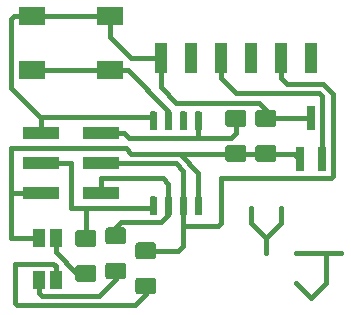
<source format=gbr>
G04 #@! TF.GenerationSoftware,KiCad,Pcbnew,(5.1.5)-3*
G04 #@! TF.CreationDate,2020-03-08T22:00:30+09:00*
G04 #@! TF.ProjectId,test,74657374-2e6b-4696-9361-645f70636258,rev?*
G04 #@! TF.SameCoordinates,Original*
G04 #@! TF.FileFunction,Copper,L1,Top*
G04 #@! TF.FilePolarity,Positive*
%FSLAX46Y46*%
G04 Gerber Fmt 4.6, Leading zero omitted, Abs format (unit mm)*
G04 Created by KiCad (PCBNEW (5.1.5)-3) date 2020-03-08 22:00:30*
%MOMM*%
%LPD*%
G04 APERTURE LIST*
%ADD10R,1.000000X2.500000*%
%ADD11C,0.100000*%
%ADD12R,1.000000X1.500000*%
%ADD13R,0.650000X2.000000*%
%ADD14R,3.150000X1.000000*%
%ADD15R,2.286000X1.524000*%
%ADD16C,0.400000*%
G04 APERTURE END LIST*
D10*
X87630000Y-25400000D03*
X90170000Y-25400000D03*
X92710000Y-25400000D03*
X95250000Y-25400000D03*
X97790000Y-25400000D03*
X100330000Y-25400000D03*
G04 #@! TA.AperFunction,SMDPad,CuDef*
D11*
G36*
X97169504Y-29768704D02*
G01*
X97193773Y-29772304D01*
X97217571Y-29778265D01*
X97240671Y-29786530D01*
X97262849Y-29797020D01*
X97283893Y-29809633D01*
X97303598Y-29824247D01*
X97321777Y-29840723D01*
X97338253Y-29858902D01*
X97352867Y-29878607D01*
X97365480Y-29899651D01*
X97375970Y-29921829D01*
X97384235Y-29944929D01*
X97390196Y-29968727D01*
X97393796Y-29992996D01*
X97395000Y-30017500D01*
X97395000Y-30942500D01*
X97393796Y-30967004D01*
X97390196Y-30991273D01*
X97384235Y-31015071D01*
X97375970Y-31038171D01*
X97365480Y-31060349D01*
X97352867Y-31081393D01*
X97338253Y-31101098D01*
X97321777Y-31119277D01*
X97303598Y-31135753D01*
X97283893Y-31150367D01*
X97262849Y-31162980D01*
X97240671Y-31173470D01*
X97217571Y-31181735D01*
X97193773Y-31187696D01*
X97169504Y-31191296D01*
X97145000Y-31192500D01*
X95895000Y-31192500D01*
X95870496Y-31191296D01*
X95846227Y-31187696D01*
X95822429Y-31181735D01*
X95799329Y-31173470D01*
X95777151Y-31162980D01*
X95756107Y-31150367D01*
X95736402Y-31135753D01*
X95718223Y-31119277D01*
X95701747Y-31101098D01*
X95687133Y-31081393D01*
X95674520Y-31060349D01*
X95664030Y-31038171D01*
X95655765Y-31015071D01*
X95649804Y-30991273D01*
X95646204Y-30967004D01*
X95645000Y-30942500D01*
X95645000Y-30017500D01*
X95646204Y-29992996D01*
X95649804Y-29968727D01*
X95655765Y-29944929D01*
X95664030Y-29921829D01*
X95674520Y-29899651D01*
X95687133Y-29878607D01*
X95701747Y-29858902D01*
X95718223Y-29840723D01*
X95736402Y-29824247D01*
X95756107Y-29809633D01*
X95777151Y-29797020D01*
X95799329Y-29786530D01*
X95822429Y-29778265D01*
X95846227Y-29772304D01*
X95870496Y-29768704D01*
X95895000Y-29767500D01*
X97145000Y-29767500D01*
X97169504Y-29768704D01*
G37*
G04 #@! TD.AperFunction*
G04 #@! TA.AperFunction,SMDPad,CuDef*
G36*
X97169504Y-32743704D02*
G01*
X97193773Y-32747304D01*
X97217571Y-32753265D01*
X97240671Y-32761530D01*
X97262849Y-32772020D01*
X97283893Y-32784633D01*
X97303598Y-32799247D01*
X97321777Y-32815723D01*
X97338253Y-32833902D01*
X97352867Y-32853607D01*
X97365480Y-32874651D01*
X97375970Y-32896829D01*
X97384235Y-32919929D01*
X97390196Y-32943727D01*
X97393796Y-32967996D01*
X97395000Y-32992500D01*
X97395000Y-33917500D01*
X97393796Y-33942004D01*
X97390196Y-33966273D01*
X97384235Y-33990071D01*
X97375970Y-34013171D01*
X97365480Y-34035349D01*
X97352867Y-34056393D01*
X97338253Y-34076098D01*
X97321777Y-34094277D01*
X97303598Y-34110753D01*
X97283893Y-34125367D01*
X97262849Y-34137980D01*
X97240671Y-34148470D01*
X97217571Y-34156735D01*
X97193773Y-34162696D01*
X97169504Y-34166296D01*
X97145000Y-34167500D01*
X95895000Y-34167500D01*
X95870496Y-34166296D01*
X95846227Y-34162696D01*
X95822429Y-34156735D01*
X95799329Y-34148470D01*
X95777151Y-34137980D01*
X95756107Y-34125367D01*
X95736402Y-34110753D01*
X95718223Y-34094277D01*
X95701747Y-34076098D01*
X95687133Y-34056393D01*
X95674520Y-34035349D01*
X95664030Y-34013171D01*
X95655765Y-33990071D01*
X95649804Y-33966273D01*
X95646204Y-33942004D01*
X95645000Y-33917500D01*
X95645000Y-32992500D01*
X95646204Y-32967996D01*
X95649804Y-32943727D01*
X95655765Y-32919929D01*
X95664030Y-32896829D01*
X95674520Y-32874651D01*
X95687133Y-32853607D01*
X95701747Y-32833902D01*
X95718223Y-32815723D01*
X95736402Y-32799247D01*
X95756107Y-32784633D01*
X95777151Y-32772020D01*
X95799329Y-32761530D01*
X95822429Y-32753265D01*
X95846227Y-32747304D01*
X95870496Y-32743704D01*
X95895000Y-32742500D01*
X97145000Y-32742500D01*
X97169504Y-32743704D01*
G37*
G04 #@! TD.AperFunction*
D12*
X77340000Y-44140000D03*
X78740000Y-44140000D03*
X77340000Y-40640000D03*
X78740000Y-40640000D03*
D13*
X99380000Y-33900000D03*
X101280000Y-33900000D03*
X100330000Y-30480000D03*
D14*
X82535000Y-36830000D03*
X77485000Y-36830000D03*
X82535000Y-34290000D03*
X77485000Y-34290000D03*
X82535000Y-31750000D03*
X77485000Y-31750000D03*
G04 #@! TA.AperFunction,SMDPad,CuDef*
D11*
G36*
X81929504Y-39928704D02*
G01*
X81953773Y-39932304D01*
X81977571Y-39938265D01*
X82000671Y-39946530D01*
X82022849Y-39957020D01*
X82043893Y-39969633D01*
X82063598Y-39984247D01*
X82081777Y-40000723D01*
X82098253Y-40018902D01*
X82112867Y-40038607D01*
X82125480Y-40059651D01*
X82135970Y-40081829D01*
X82144235Y-40104929D01*
X82150196Y-40128727D01*
X82153796Y-40152996D01*
X82155000Y-40177500D01*
X82155000Y-41102500D01*
X82153796Y-41127004D01*
X82150196Y-41151273D01*
X82144235Y-41175071D01*
X82135970Y-41198171D01*
X82125480Y-41220349D01*
X82112867Y-41241393D01*
X82098253Y-41261098D01*
X82081777Y-41279277D01*
X82063598Y-41295753D01*
X82043893Y-41310367D01*
X82022849Y-41322980D01*
X82000671Y-41333470D01*
X81977571Y-41341735D01*
X81953773Y-41347696D01*
X81929504Y-41351296D01*
X81905000Y-41352500D01*
X80655000Y-41352500D01*
X80630496Y-41351296D01*
X80606227Y-41347696D01*
X80582429Y-41341735D01*
X80559329Y-41333470D01*
X80537151Y-41322980D01*
X80516107Y-41310367D01*
X80496402Y-41295753D01*
X80478223Y-41279277D01*
X80461747Y-41261098D01*
X80447133Y-41241393D01*
X80434520Y-41220349D01*
X80424030Y-41198171D01*
X80415765Y-41175071D01*
X80409804Y-41151273D01*
X80406204Y-41127004D01*
X80405000Y-41102500D01*
X80405000Y-40177500D01*
X80406204Y-40152996D01*
X80409804Y-40128727D01*
X80415765Y-40104929D01*
X80424030Y-40081829D01*
X80434520Y-40059651D01*
X80447133Y-40038607D01*
X80461747Y-40018902D01*
X80478223Y-40000723D01*
X80496402Y-39984247D01*
X80516107Y-39969633D01*
X80537151Y-39957020D01*
X80559329Y-39946530D01*
X80582429Y-39938265D01*
X80606227Y-39932304D01*
X80630496Y-39928704D01*
X80655000Y-39927500D01*
X81905000Y-39927500D01*
X81929504Y-39928704D01*
G37*
G04 #@! TD.AperFunction*
G04 #@! TA.AperFunction,SMDPad,CuDef*
G36*
X81929504Y-42903704D02*
G01*
X81953773Y-42907304D01*
X81977571Y-42913265D01*
X82000671Y-42921530D01*
X82022849Y-42932020D01*
X82043893Y-42944633D01*
X82063598Y-42959247D01*
X82081777Y-42975723D01*
X82098253Y-42993902D01*
X82112867Y-43013607D01*
X82125480Y-43034651D01*
X82135970Y-43056829D01*
X82144235Y-43079929D01*
X82150196Y-43103727D01*
X82153796Y-43127996D01*
X82155000Y-43152500D01*
X82155000Y-44077500D01*
X82153796Y-44102004D01*
X82150196Y-44126273D01*
X82144235Y-44150071D01*
X82135970Y-44173171D01*
X82125480Y-44195349D01*
X82112867Y-44216393D01*
X82098253Y-44236098D01*
X82081777Y-44254277D01*
X82063598Y-44270753D01*
X82043893Y-44285367D01*
X82022849Y-44297980D01*
X82000671Y-44308470D01*
X81977571Y-44316735D01*
X81953773Y-44322696D01*
X81929504Y-44326296D01*
X81905000Y-44327500D01*
X80655000Y-44327500D01*
X80630496Y-44326296D01*
X80606227Y-44322696D01*
X80582429Y-44316735D01*
X80559329Y-44308470D01*
X80537151Y-44297980D01*
X80516107Y-44285367D01*
X80496402Y-44270753D01*
X80478223Y-44254277D01*
X80461747Y-44236098D01*
X80447133Y-44216393D01*
X80434520Y-44195349D01*
X80424030Y-44173171D01*
X80415765Y-44150071D01*
X80409804Y-44126273D01*
X80406204Y-44102004D01*
X80405000Y-44077500D01*
X80405000Y-43152500D01*
X80406204Y-43127996D01*
X80409804Y-43103727D01*
X80415765Y-43079929D01*
X80424030Y-43056829D01*
X80434520Y-43034651D01*
X80447133Y-43013607D01*
X80461747Y-42993902D01*
X80478223Y-42975723D01*
X80496402Y-42959247D01*
X80516107Y-42944633D01*
X80537151Y-42932020D01*
X80559329Y-42921530D01*
X80582429Y-42913265D01*
X80606227Y-42907304D01*
X80630496Y-42903704D01*
X80655000Y-42902500D01*
X81905000Y-42902500D01*
X81929504Y-42903704D01*
G37*
G04 #@! TD.AperFunction*
G04 #@! TA.AperFunction,SMDPad,CuDef*
G36*
X87009504Y-40981204D02*
G01*
X87033773Y-40984804D01*
X87057571Y-40990765D01*
X87080671Y-40999030D01*
X87102849Y-41009520D01*
X87123893Y-41022133D01*
X87143598Y-41036747D01*
X87161777Y-41053223D01*
X87178253Y-41071402D01*
X87192867Y-41091107D01*
X87205480Y-41112151D01*
X87215970Y-41134329D01*
X87224235Y-41157429D01*
X87230196Y-41181227D01*
X87233796Y-41205496D01*
X87235000Y-41230000D01*
X87235000Y-42155000D01*
X87233796Y-42179504D01*
X87230196Y-42203773D01*
X87224235Y-42227571D01*
X87215970Y-42250671D01*
X87205480Y-42272849D01*
X87192867Y-42293893D01*
X87178253Y-42313598D01*
X87161777Y-42331777D01*
X87143598Y-42348253D01*
X87123893Y-42362867D01*
X87102849Y-42375480D01*
X87080671Y-42385970D01*
X87057571Y-42394235D01*
X87033773Y-42400196D01*
X87009504Y-42403796D01*
X86985000Y-42405000D01*
X85735000Y-42405000D01*
X85710496Y-42403796D01*
X85686227Y-42400196D01*
X85662429Y-42394235D01*
X85639329Y-42385970D01*
X85617151Y-42375480D01*
X85596107Y-42362867D01*
X85576402Y-42348253D01*
X85558223Y-42331777D01*
X85541747Y-42313598D01*
X85527133Y-42293893D01*
X85514520Y-42272849D01*
X85504030Y-42250671D01*
X85495765Y-42227571D01*
X85489804Y-42203773D01*
X85486204Y-42179504D01*
X85485000Y-42155000D01*
X85485000Y-41230000D01*
X85486204Y-41205496D01*
X85489804Y-41181227D01*
X85495765Y-41157429D01*
X85504030Y-41134329D01*
X85514520Y-41112151D01*
X85527133Y-41091107D01*
X85541747Y-41071402D01*
X85558223Y-41053223D01*
X85576402Y-41036747D01*
X85596107Y-41022133D01*
X85617151Y-41009520D01*
X85639329Y-40999030D01*
X85662429Y-40990765D01*
X85686227Y-40984804D01*
X85710496Y-40981204D01*
X85735000Y-40980000D01*
X86985000Y-40980000D01*
X87009504Y-40981204D01*
G37*
G04 #@! TD.AperFunction*
G04 #@! TA.AperFunction,SMDPad,CuDef*
G36*
X87009504Y-43956204D02*
G01*
X87033773Y-43959804D01*
X87057571Y-43965765D01*
X87080671Y-43974030D01*
X87102849Y-43984520D01*
X87123893Y-43997133D01*
X87143598Y-44011747D01*
X87161777Y-44028223D01*
X87178253Y-44046402D01*
X87192867Y-44066107D01*
X87205480Y-44087151D01*
X87215970Y-44109329D01*
X87224235Y-44132429D01*
X87230196Y-44156227D01*
X87233796Y-44180496D01*
X87235000Y-44205000D01*
X87235000Y-45130000D01*
X87233796Y-45154504D01*
X87230196Y-45178773D01*
X87224235Y-45202571D01*
X87215970Y-45225671D01*
X87205480Y-45247849D01*
X87192867Y-45268893D01*
X87178253Y-45288598D01*
X87161777Y-45306777D01*
X87143598Y-45323253D01*
X87123893Y-45337867D01*
X87102849Y-45350480D01*
X87080671Y-45360970D01*
X87057571Y-45369235D01*
X87033773Y-45375196D01*
X87009504Y-45378796D01*
X86985000Y-45380000D01*
X85735000Y-45380000D01*
X85710496Y-45378796D01*
X85686227Y-45375196D01*
X85662429Y-45369235D01*
X85639329Y-45360970D01*
X85617151Y-45350480D01*
X85596107Y-45337867D01*
X85576402Y-45323253D01*
X85558223Y-45306777D01*
X85541747Y-45288598D01*
X85527133Y-45268893D01*
X85514520Y-45247849D01*
X85504030Y-45225671D01*
X85495765Y-45202571D01*
X85489804Y-45178773D01*
X85486204Y-45154504D01*
X85485000Y-45130000D01*
X85485000Y-44205000D01*
X85486204Y-44180496D01*
X85489804Y-44156227D01*
X85495765Y-44132429D01*
X85504030Y-44109329D01*
X85514520Y-44087151D01*
X85527133Y-44066107D01*
X85541747Y-44046402D01*
X85558223Y-44028223D01*
X85576402Y-44011747D01*
X85596107Y-43997133D01*
X85617151Y-43984520D01*
X85639329Y-43974030D01*
X85662429Y-43965765D01*
X85686227Y-43959804D01*
X85710496Y-43956204D01*
X85735000Y-43955000D01*
X86985000Y-43955000D01*
X87009504Y-43956204D01*
G37*
G04 #@! TD.AperFunction*
G04 #@! TA.AperFunction,SMDPad,CuDef*
G36*
X84469504Y-42686204D02*
G01*
X84493773Y-42689804D01*
X84517571Y-42695765D01*
X84540671Y-42704030D01*
X84562849Y-42714520D01*
X84583893Y-42727133D01*
X84603598Y-42741747D01*
X84621777Y-42758223D01*
X84638253Y-42776402D01*
X84652867Y-42796107D01*
X84665480Y-42817151D01*
X84675970Y-42839329D01*
X84684235Y-42862429D01*
X84690196Y-42886227D01*
X84693796Y-42910496D01*
X84695000Y-42935000D01*
X84695000Y-43860000D01*
X84693796Y-43884504D01*
X84690196Y-43908773D01*
X84684235Y-43932571D01*
X84675970Y-43955671D01*
X84665480Y-43977849D01*
X84652867Y-43998893D01*
X84638253Y-44018598D01*
X84621777Y-44036777D01*
X84603598Y-44053253D01*
X84583893Y-44067867D01*
X84562849Y-44080480D01*
X84540671Y-44090970D01*
X84517571Y-44099235D01*
X84493773Y-44105196D01*
X84469504Y-44108796D01*
X84445000Y-44110000D01*
X83195000Y-44110000D01*
X83170496Y-44108796D01*
X83146227Y-44105196D01*
X83122429Y-44099235D01*
X83099329Y-44090970D01*
X83077151Y-44080480D01*
X83056107Y-44067867D01*
X83036402Y-44053253D01*
X83018223Y-44036777D01*
X83001747Y-44018598D01*
X82987133Y-43998893D01*
X82974520Y-43977849D01*
X82964030Y-43955671D01*
X82955765Y-43932571D01*
X82949804Y-43908773D01*
X82946204Y-43884504D01*
X82945000Y-43860000D01*
X82945000Y-42935000D01*
X82946204Y-42910496D01*
X82949804Y-42886227D01*
X82955765Y-42862429D01*
X82964030Y-42839329D01*
X82974520Y-42817151D01*
X82987133Y-42796107D01*
X83001747Y-42776402D01*
X83018223Y-42758223D01*
X83036402Y-42741747D01*
X83056107Y-42727133D01*
X83077151Y-42714520D01*
X83099329Y-42704030D01*
X83122429Y-42695765D01*
X83146227Y-42689804D01*
X83170496Y-42686204D01*
X83195000Y-42685000D01*
X84445000Y-42685000D01*
X84469504Y-42686204D01*
G37*
G04 #@! TD.AperFunction*
G04 #@! TA.AperFunction,SMDPad,CuDef*
G36*
X84469504Y-39711204D02*
G01*
X84493773Y-39714804D01*
X84517571Y-39720765D01*
X84540671Y-39729030D01*
X84562849Y-39739520D01*
X84583893Y-39752133D01*
X84603598Y-39766747D01*
X84621777Y-39783223D01*
X84638253Y-39801402D01*
X84652867Y-39821107D01*
X84665480Y-39842151D01*
X84675970Y-39864329D01*
X84684235Y-39887429D01*
X84690196Y-39911227D01*
X84693796Y-39935496D01*
X84695000Y-39960000D01*
X84695000Y-40885000D01*
X84693796Y-40909504D01*
X84690196Y-40933773D01*
X84684235Y-40957571D01*
X84675970Y-40980671D01*
X84665480Y-41002849D01*
X84652867Y-41023893D01*
X84638253Y-41043598D01*
X84621777Y-41061777D01*
X84603598Y-41078253D01*
X84583893Y-41092867D01*
X84562849Y-41105480D01*
X84540671Y-41115970D01*
X84517571Y-41124235D01*
X84493773Y-41130196D01*
X84469504Y-41133796D01*
X84445000Y-41135000D01*
X83195000Y-41135000D01*
X83170496Y-41133796D01*
X83146227Y-41130196D01*
X83122429Y-41124235D01*
X83099329Y-41115970D01*
X83077151Y-41105480D01*
X83056107Y-41092867D01*
X83036402Y-41078253D01*
X83018223Y-41061777D01*
X83001747Y-41043598D01*
X82987133Y-41023893D01*
X82974520Y-41002849D01*
X82964030Y-40980671D01*
X82955765Y-40957571D01*
X82949804Y-40933773D01*
X82946204Y-40909504D01*
X82945000Y-40885000D01*
X82945000Y-39960000D01*
X82946204Y-39935496D01*
X82949804Y-39911227D01*
X82955765Y-39887429D01*
X82964030Y-39864329D01*
X82974520Y-39842151D01*
X82987133Y-39821107D01*
X83001747Y-39801402D01*
X83018223Y-39783223D01*
X83036402Y-39766747D01*
X83056107Y-39752133D01*
X83077151Y-39739520D01*
X83099329Y-39729030D01*
X83122429Y-39720765D01*
X83146227Y-39714804D01*
X83170496Y-39711204D01*
X83195000Y-39710000D01*
X84445000Y-39710000D01*
X84469504Y-39711204D01*
G37*
G04 #@! TD.AperFunction*
G04 #@! TA.AperFunction,SMDPad,CuDef*
G36*
X94629504Y-29768704D02*
G01*
X94653773Y-29772304D01*
X94677571Y-29778265D01*
X94700671Y-29786530D01*
X94722849Y-29797020D01*
X94743893Y-29809633D01*
X94763598Y-29824247D01*
X94781777Y-29840723D01*
X94798253Y-29858902D01*
X94812867Y-29878607D01*
X94825480Y-29899651D01*
X94835970Y-29921829D01*
X94844235Y-29944929D01*
X94850196Y-29968727D01*
X94853796Y-29992996D01*
X94855000Y-30017500D01*
X94855000Y-30942500D01*
X94853796Y-30967004D01*
X94850196Y-30991273D01*
X94844235Y-31015071D01*
X94835970Y-31038171D01*
X94825480Y-31060349D01*
X94812867Y-31081393D01*
X94798253Y-31101098D01*
X94781777Y-31119277D01*
X94763598Y-31135753D01*
X94743893Y-31150367D01*
X94722849Y-31162980D01*
X94700671Y-31173470D01*
X94677571Y-31181735D01*
X94653773Y-31187696D01*
X94629504Y-31191296D01*
X94605000Y-31192500D01*
X93355000Y-31192500D01*
X93330496Y-31191296D01*
X93306227Y-31187696D01*
X93282429Y-31181735D01*
X93259329Y-31173470D01*
X93237151Y-31162980D01*
X93216107Y-31150367D01*
X93196402Y-31135753D01*
X93178223Y-31119277D01*
X93161747Y-31101098D01*
X93147133Y-31081393D01*
X93134520Y-31060349D01*
X93124030Y-31038171D01*
X93115765Y-31015071D01*
X93109804Y-30991273D01*
X93106204Y-30967004D01*
X93105000Y-30942500D01*
X93105000Y-30017500D01*
X93106204Y-29992996D01*
X93109804Y-29968727D01*
X93115765Y-29944929D01*
X93124030Y-29921829D01*
X93134520Y-29899651D01*
X93147133Y-29878607D01*
X93161747Y-29858902D01*
X93178223Y-29840723D01*
X93196402Y-29824247D01*
X93216107Y-29809633D01*
X93237151Y-29797020D01*
X93259329Y-29786530D01*
X93282429Y-29778265D01*
X93306227Y-29772304D01*
X93330496Y-29768704D01*
X93355000Y-29767500D01*
X94605000Y-29767500D01*
X94629504Y-29768704D01*
G37*
G04 #@! TD.AperFunction*
G04 #@! TA.AperFunction,SMDPad,CuDef*
G36*
X94629504Y-32743704D02*
G01*
X94653773Y-32747304D01*
X94677571Y-32753265D01*
X94700671Y-32761530D01*
X94722849Y-32772020D01*
X94743893Y-32784633D01*
X94763598Y-32799247D01*
X94781777Y-32815723D01*
X94798253Y-32833902D01*
X94812867Y-32853607D01*
X94825480Y-32874651D01*
X94835970Y-32896829D01*
X94844235Y-32919929D01*
X94850196Y-32943727D01*
X94853796Y-32967996D01*
X94855000Y-32992500D01*
X94855000Y-33917500D01*
X94853796Y-33942004D01*
X94850196Y-33966273D01*
X94844235Y-33990071D01*
X94835970Y-34013171D01*
X94825480Y-34035349D01*
X94812867Y-34056393D01*
X94798253Y-34076098D01*
X94781777Y-34094277D01*
X94763598Y-34110753D01*
X94743893Y-34125367D01*
X94722849Y-34137980D01*
X94700671Y-34148470D01*
X94677571Y-34156735D01*
X94653773Y-34162696D01*
X94629504Y-34166296D01*
X94605000Y-34167500D01*
X93355000Y-34167500D01*
X93330496Y-34166296D01*
X93306227Y-34162696D01*
X93282429Y-34156735D01*
X93259329Y-34148470D01*
X93237151Y-34137980D01*
X93216107Y-34125367D01*
X93196402Y-34110753D01*
X93178223Y-34094277D01*
X93161747Y-34076098D01*
X93147133Y-34056393D01*
X93134520Y-34035349D01*
X93124030Y-34013171D01*
X93115765Y-33990071D01*
X93109804Y-33966273D01*
X93106204Y-33942004D01*
X93105000Y-33917500D01*
X93105000Y-32992500D01*
X93106204Y-32967996D01*
X93109804Y-32943727D01*
X93115765Y-32919929D01*
X93124030Y-32896829D01*
X93134520Y-32874651D01*
X93147133Y-32853607D01*
X93161747Y-32833902D01*
X93178223Y-32815723D01*
X93196402Y-32799247D01*
X93216107Y-32784633D01*
X93237151Y-32772020D01*
X93259329Y-32761530D01*
X93282429Y-32753265D01*
X93306227Y-32747304D01*
X93330496Y-32743704D01*
X93355000Y-32742500D01*
X94605000Y-32742500D01*
X94629504Y-32743704D01*
G37*
G04 #@! TD.AperFunction*
G04 #@! TA.AperFunction,SMDPad,CuDef*
G36*
X90969703Y-29890722D02*
G01*
X90984264Y-29892882D01*
X90998543Y-29896459D01*
X91012403Y-29901418D01*
X91025710Y-29907712D01*
X91038336Y-29915280D01*
X91050159Y-29924048D01*
X91061066Y-29933934D01*
X91070952Y-29944841D01*
X91079720Y-29956664D01*
X91087288Y-29969290D01*
X91093582Y-29982597D01*
X91098541Y-29996457D01*
X91102118Y-30010736D01*
X91104278Y-30025297D01*
X91105000Y-30040000D01*
X91105000Y-31340000D01*
X91104278Y-31354703D01*
X91102118Y-31369264D01*
X91098541Y-31383543D01*
X91093582Y-31397403D01*
X91087288Y-31410710D01*
X91079720Y-31423336D01*
X91070952Y-31435159D01*
X91061066Y-31446066D01*
X91050159Y-31455952D01*
X91038336Y-31464720D01*
X91025710Y-31472288D01*
X91012403Y-31478582D01*
X90998543Y-31483541D01*
X90984264Y-31487118D01*
X90969703Y-31489278D01*
X90955000Y-31490000D01*
X90655000Y-31490000D01*
X90640297Y-31489278D01*
X90625736Y-31487118D01*
X90611457Y-31483541D01*
X90597597Y-31478582D01*
X90584290Y-31472288D01*
X90571664Y-31464720D01*
X90559841Y-31455952D01*
X90548934Y-31446066D01*
X90539048Y-31435159D01*
X90530280Y-31423336D01*
X90522712Y-31410710D01*
X90516418Y-31397403D01*
X90511459Y-31383543D01*
X90507882Y-31369264D01*
X90505722Y-31354703D01*
X90505000Y-31340000D01*
X90505000Y-30040000D01*
X90505722Y-30025297D01*
X90507882Y-30010736D01*
X90511459Y-29996457D01*
X90516418Y-29982597D01*
X90522712Y-29969290D01*
X90530280Y-29956664D01*
X90539048Y-29944841D01*
X90548934Y-29933934D01*
X90559841Y-29924048D01*
X90571664Y-29915280D01*
X90584290Y-29907712D01*
X90597597Y-29901418D01*
X90611457Y-29896459D01*
X90625736Y-29892882D01*
X90640297Y-29890722D01*
X90655000Y-29890000D01*
X90955000Y-29890000D01*
X90969703Y-29890722D01*
G37*
G04 #@! TD.AperFunction*
G04 #@! TA.AperFunction,SMDPad,CuDef*
G36*
X89699703Y-29890722D02*
G01*
X89714264Y-29892882D01*
X89728543Y-29896459D01*
X89742403Y-29901418D01*
X89755710Y-29907712D01*
X89768336Y-29915280D01*
X89780159Y-29924048D01*
X89791066Y-29933934D01*
X89800952Y-29944841D01*
X89809720Y-29956664D01*
X89817288Y-29969290D01*
X89823582Y-29982597D01*
X89828541Y-29996457D01*
X89832118Y-30010736D01*
X89834278Y-30025297D01*
X89835000Y-30040000D01*
X89835000Y-31340000D01*
X89834278Y-31354703D01*
X89832118Y-31369264D01*
X89828541Y-31383543D01*
X89823582Y-31397403D01*
X89817288Y-31410710D01*
X89809720Y-31423336D01*
X89800952Y-31435159D01*
X89791066Y-31446066D01*
X89780159Y-31455952D01*
X89768336Y-31464720D01*
X89755710Y-31472288D01*
X89742403Y-31478582D01*
X89728543Y-31483541D01*
X89714264Y-31487118D01*
X89699703Y-31489278D01*
X89685000Y-31490000D01*
X89385000Y-31490000D01*
X89370297Y-31489278D01*
X89355736Y-31487118D01*
X89341457Y-31483541D01*
X89327597Y-31478582D01*
X89314290Y-31472288D01*
X89301664Y-31464720D01*
X89289841Y-31455952D01*
X89278934Y-31446066D01*
X89269048Y-31435159D01*
X89260280Y-31423336D01*
X89252712Y-31410710D01*
X89246418Y-31397403D01*
X89241459Y-31383543D01*
X89237882Y-31369264D01*
X89235722Y-31354703D01*
X89235000Y-31340000D01*
X89235000Y-30040000D01*
X89235722Y-30025297D01*
X89237882Y-30010736D01*
X89241459Y-29996457D01*
X89246418Y-29982597D01*
X89252712Y-29969290D01*
X89260280Y-29956664D01*
X89269048Y-29944841D01*
X89278934Y-29933934D01*
X89289841Y-29924048D01*
X89301664Y-29915280D01*
X89314290Y-29907712D01*
X89327597Y-29901418D01*
X89341457Y-29896459D01*
X89355736Y-29892882D01*
X89370297Y-29890722D01*
X89385000Y-29890000D01*
X89685000Y-29890000D01*
X89699703Y-29890722D01*
G37*
G04 #@! TD.AperFunction*
G04 #@! TA.AperFunction,SMDPad,CuDef*
G36*
X88429703Y-29890722D02*
G01*
X88444264Y-29892882D01*
X88458543Y-29896459D01*
X88472403Y-29901418D01*
X88485710Y-29907712D01*
X88498336Y-29915280D01*
X88510159Y-29924048D01*
X88521066Y-29933934D01*
X88530952Y-29944841D01*
X88539720Y-29956664D01*
X88547288Y-29969290D01*
X88553582Y-29982597D01*
X88558541Y-29996457D01*
X88562118Y-30010736D01*
X88564278Y-30025297D01*
X88565000Y-30040000D01*
X88565000Y-31340000D01*
X88564278Y-31354703D01*
X88562118Y-31369264D01*
X88558541Y-31383543D01*
X88553582Y-31397403D01*
X88547288Y-31410710D01*
X88539720Y-31423336D01*
X88530952Y-31435159D01*
X88521066Y-31446066D01*
X88510159Y-31455952D01*
X88498336Y-31464720D01*
X88485710Y-31472288D01*
X88472403Y-31478582D01*
X88458543Y-31483541D01*
X88444264Y-31487118D01*
X88429703Y-31489278D01*
X88415000Y-31490000D01*
X88115000Y-31490000D01*
X88100297Y-31489278D01*
X88085736Y-31487118D01*
X88071457Y-31483541D01*
X88057597Y-31478582D01*
X88044290Y-31472288D01*
X88031664Y-31464720D01*
X88019841Y-31455952D01*
X88008934Y-31446066D01*
X87999048Y-31435159D01*
X87990280Y-31423336D01*
X87982712Y-31410710D01*
X87976418Y-31397403D01*
X87971459Y-31383543D01*
X87967882Y-31369264D01*
X87965722Y-31354703D01*
X87965000Y-31340000D01*
X87965000Y-30040000D01*
X87965722Y-30025297D01*
X87967882Y-30010736D01*
X87971459Y-29996457D01*
X87976418Y-29982597D01*
X87982712Y-29969290D01*
X87990280Y-29956664D01*
X87999048Y-29944841D01*
X88008934Y-29933934D01*
X88019841Y-29924048D01*
X88031664Y-29915280D01*
X88044290Y-29907712D01*
X88057597Y-29901418D01*
X88071457Y-29896459D01*
X88085736Y-29892882D01*
X88100297Y-29890722D01*
X88115000Y-29890000D01*
X88415000Y-29890000D01*
X88429703Y-29890722D01*
G37*
G04 #@! TD.AperFunction*
G04 #@! TA.AperFunction,SMDPad,CuDef*
G36*
X87159703Y-29890722D02*
G01*
X87174264Y-29892882D01*
X87188543Y-29896459D01*
X87202403Y-29901418D01*
X87215710Y-29907712D01*
X87228336Y-29915280D01*
X87240159Y-29924048D01*
X87251066Y-29933934D01*
X87260952Y-29944841D01*
X87269720Y-29956664D01*
X87277288Y-29969290D01*
X87283582Y-29982597D01*
X87288541Y-29996457D01*
X87292118Y-30010736D01*
X87294278Y-30025297D01*
X87295000Y-30040000D01*
X87295000Y-31340000D01*
X87294278Y-31354703D01*
X87292118Y-31369264D01*
X87288541Y-31383543D01*
X87283582Y-31397403D01*
X87277288Y-31410710D01*
X87269720Y-31423336D01*
X87260952Y-31435159D01*
X87251066Y-31446066D01*
X87240159Y-31455952D01*
X87228336Y-31464720D01*
X87215710Y-31472288D01*
X87202403Y-31478582D01*
X87188543Y-31483541D01*
X87174264Y-31487118D01*
X87159703Y-31489278D01*
X87145000Y-31490000D01*
X86845000Y-31490000D01*
X86830297Y-31489278D01*
X86815736Y-31487118D01*
X86801457Y-31483541D01*
X86787597Y-31478582D01*
X86774290Y-31472288D01*
X86761664Y-31464720D01*
X86749841Y-31455952D01*
X86738934Y-31446066D01*
X86729048Y-31435159D01*
X86720280Y-31423336D01*
X86712712Y-31410710D01*
X86706418Y-31397403D01*
X86701459Y-31383543D01*
X86697882Y-31369264D01*
X86695722Y-31354703D01*
X86695000Y-31340000D01*
X86695000Y-30040000D01*
X86695722Y-30025297D01*
X86697882Y-30010736D01*
X86701459Y-29996457D01*
X86706418Y-29982597D01*
X86712712Y-29969290D01*
X86720280Y-29956664D01*
X86729048Y-29944841D01*
X86738934Y-29933934D01*
X86749841Y-29924048D01*
X86761664Y-29915280D01*
X86774290Y-29907712D01*
X86787597Y-29901418D01*
X86801457Y-29896459D01*
X86815736Y-29892882D01*
X86830297Y-29890722D01*
X86845000Y-29890000D01*
X87145000Y-29890000D01*
X87159703Y-29890722D01*
G37*
G04 #@! TD.AperFunction*
G04 #@! TA.AperFunction,SMDPad,CuDef*
G36*
X87159703Y-37090722D02*
G01*
X87174264Y-37092882D01*
X87188543Y-37096459D01*
X87202403Y-37101418D01*
X87215710Y-37107712D01*
X87228336Y-37115280D01*
X87240159Y-37124048D01*
X87251066Y-37133934D01*
X87260952Y-37144841D01*
X87269720Y-37156664D01*
X87277288Y-37169290D01*
X87283582Y-37182597D01*
X87288541Y-37196457D01*
X87292118Y-37210736D01*
X87294278Y-37225297D01*
X87295000Y-37240000D01*
X87295000Y-38540000D01*
X87294278Y-38554703D01*
X87292118Y-38569264D01*
X87288541Y-38583543D01*
X87283582Y-38597403D01*
X87277288Y-38610710D01*
X87269720Y-38623336D01*
X87260952Y-38635159D01*
X87251066Y-38646066D01*
X87240159Y-38655952D01*
X87228336Y-38664720D01*
X87215710Y-38672288D01*
X87202403Y-38678582D01*
X87188543Y-38683541D01*
X87174264Y-38687118D01*
X87159703Y-38689278D01*
X87145000Y-38690000D01*
X86845000Y-38690000D01*
X86830297Y-38689278D01*
X86815736Y-38687118D01*
X86801457Y-38683541D01*
X86787597Y-38678582D01*
X86774290Y-38672288D01*
X86761664Y-38664720D01*
X86749841Y-38655952D01*
X86738934Y-38646066D01*
X86729048Y-38635159D01*
X86720280Y-38623336D01*
X86712712Y-38610710D01*
X86706418Y-38597403D01*
X86701459Y-38583543D01*
X86697882Y-38569264D01*
X86695722Y-38554703D01*
X86695000Y-38540000D01*
X86695000Y-37240000D01*
X86695722Y-37225297D01*
X86697882Y-37210736D01*
X86701459Y-37196457D01*
X86706418Y-37182597D01*
X86712712Y-37169290D01*
X86720280Y-37156664D01*
X86729048Y-37144841D01*
X86738934Y-37133934D01*
X86749841Y-37124048D01*
X86761664Y-37115280D01*
X86774290Y-37107712D01*
X86787597Y-37101418D01*
X86801457Y-37096459D01*
X86815736Y-37092882D01*
X86830297Y-37090722D01*
X86845000Y-37090000D01*
X87145000Y-37090000D01*
X87159703Y-37090722D01*
G37*
G04 #@! TD.AperFunction*
G04 #@! TA.AperFunction,SMDPad,CuDef*
G36*
X88429703Y-37090722D02*
G01*
X88444264Y-37092882D01*
X88458543Y-37096459D01*
X88472403Y-37101418D01*
X88485710Y-37107712D01*
X88498336Y-37115280D01*
X88510159Y-37124048D01*
X88521066Y-37133934D01*
X88530952Y-37144841D01*
X88539720Y-37156664D01*
X88547288Y-37169290D01*
X88553582Y-37182597D01*
X88558541Y-37196457D01*
X88562118Y-37210736D01*
X88564278Y-37225297D01*
X88565000Y-37240000D01*
X88565000Y-38540000D01*
X88564278Y-38554703D01*
X88562118Y-38569264D01*
X88558541Y-38583543D01*
X88553582Y-38597403D01*
X88547288Y-38610710D01*
X88539720Y-38623336D01*
X88530952Y-38635159D01*
X88521066Y-38646066D01*
X88510159Y-38655952D01*
X88498336Y-38664720D01*
X88485710Y-38672288D01*
X88472403Y-38678582D01*
X88458543Y-38683541D01*
X88444264Y-38687118D01*
X88429703Y-38689278D01*
X88415000Y-38690000D01*
X88115000Y-38690000D01*
X88100297Y-38689278D01*
X88085736Y-38687118D01*
X88071457Y-38683541D01*
X88057597Y-38678582D01*
X88044290Y-38672288D01*
X88031664Y-38664720D01*
X88019841Y-38655952D01*
X88008934Y-38646066D01*
X87999048Y-38635159D01*
X87990280Y-38623336D01*
X87982712Y-38610710D01*
X87976418Y-38597403D01*
X87971459Y-38583543D01*
X87967882Y-38569264D01*
X87965722Y-38554703D01*
X87965000Y-38540000D01*
X87965000Y-37240000D01*
X87965722Y-37225297D01*
X87967882Y-37210736D01*
X87971459Y-37196457D01*
X87976418Y-37182597D01*
X87982712Y-37169290D01*
X87990280Y-37156664D01*
X87999048Y-37144841D01*
X88008934Y-37133934D01*
X88019841Y-37124048D01*
X88031664Y-37115280D01*
X88044290Y-37107712D01*
X88057597Y-37101418D01*
X88071457Y-37096459D01*
X88085736Y-37092882D01*
X88100297Y-37090722D01*
X88115000Y-37090000D01*
X88415000Y-37090000D01*
X88429703Y-37090722D01*
G37*
G04 #@! TD.AperFunction*
G04 #@! TA.AperFunction,SMDPad,CuDef*
G36*
X89699703Y-37090722D02*
G01*
X89714264Y-37092882D01*
X89728543Y-37096459D01*
X89742403Y-37101418D01*
X89755710Y-37107712D01*
X89768336Y-37115280D01*
X89780159Y-37124048D01*
X89791066Y-37133934D01*
X89800952Y-37144841D01*
X89809720Y-37156664D01*
X89817288Y-37169290D01*
X89823582Y-37182597D01*
X89828541Y-37196457D01*
X89832118Y-37210736D01*
X89834278Y-37225297D01*
X89835000Y-37240000D01*
X89835000Y-38540000D01*
X89834278Y-38554703D01*
X89832118Y-38569264D01*
X89828541Y-38583543D01*
X89823582Y-38597403D01*
X89817288Y-38610710D01*
X89809720Y-38623336D01*
X89800952Y-38635159D01*
X89791066Y-38646066D01*
X89780159Y-38655952D01*
X89768336Y-38664720D01*
X89755710Y-38672288D01*
X89742403Y-38678582D01*
X89728543Y-38683541D01*
X89714264Y-38687118D01*
X89699703Y-38689278D01*
X89685000Y-38690000D01*
X89385000Y-38690000D01*
X89370297Y-38689278D01*
X89355736Y-38687118D01*
X89341457Y-38683541D01*
X89327597Y-38678582D01*
X89314290Y-38672288D01*
X89301664Y-38664720D01*
X89289841Y-38655952D01*
X89278934Y-38646066D01*
X89269048Y-38635159D01*
X89260280Y-38623336D01*
X89252712Y-38610710D01*
X89246418Y-38597403D01*
X89241459Y-38583543D01*
X89237882Y-38569264D01*
X89235722Y-38554703D01*
X89235000Y-38540000D01*
X89235000Y-37240000D01*
X89235722Y-37225297D01*
X89237882Y-37210736D01*
X89241459Y-37196457D01*
X89246418Y-37182597D01*
X89252712Y-37169290D01*
X89260280Y-37156664D01*
X89269048Y-37144841D01*
X89278934Y-37133934D01*
X89289841Y-37124048D01*
X89301664Y-37115280D01*
X89314290Y-37107712D01*
X89327597Y-37101418D01*
X89341457Y-37096459D01*
X89355736Y-37092882D01*
X89370297Y-37090722D01*
X89385000Y-37090000D01*
X89685000Y-37090000D01*
X89699703Y-37090722D01*
G37*
G04 #@! TD.AperFunction*
G04 #@! TA.AperFunction,SMDPad,CuDef*
G36*
X90969703Y-37090722D02*
G01*
X90984264Y-37092882D01*
X90998543Y-37096459D01*
X91012403Y-37101418D01*
X91025710Y-37107712D01*
X91038336Y-37115280D01*
X91050159Y-37124048D01*
X91061066Y-37133934D01*
X91070952Y-37144841D01*
X91079720Y-37156664D01*
X91087288Y-37169290D01*
X91093582Y-37182597D01*
X91098541Y-37196457D01*
X91102118Y-37210736D01*
X91104278Y-37225297D01*
X91105000Y-37240000D01*
X91105000Y-38540000D01*
X91104278Y-38554703D01*
X91102118Y-38569264D01*
X91098541Y-38583543D01*
X91093582Y-38597403D01*
X91087288Y-38610710D01*
X91079720Y-38623336D01*
X91070952Y-38635159D01*
X91061066Y-38646066D01*
X91050159Y-38655952D01*
X91038336Y-38664720D01*
X91025710Y-38672288D01*
X91012403Y-38678582D01*
X90998543Y-38683541D01*
X90984264Y-38687118D01*
X90969703Y-38689278D01*
X90955000Y-38690000D01*
X90655000Y-38690000D01*
X90640297Y-38689278D01*
X90625736Y-38687118D01*
X90611457Y-38683541D01*
X90597597Y-38678582D01*
X90584290Y-38672288D01*
X90571664Y-38664720D01*
X90559841Y-38655952D01*
X90548934Y-38646066D01*
X90539048Y-38635159D01*
X90530280Y-38623336D01*
X90522712Y-38610710D01*
X90516418Y-38597403D01*
X90511459Y-38583543D01*
X90507882Y-38569264D01*
X90505722Y-38554703D01*
X90505000Y-38540000D01*
X90505000Y-37240000D01*
X90505722Y-37225297D01*
X90507882Y-37210736D01*
X90511459Y-37196457D01*
X90516418Y-37182597D01*
X90522712Y-37169290D01*
X90530280Y-37156664D01*
X90539048Y-37144841D01*
X90548934Y-37133934D01*
X90559841Y-37124048D01*
X90571664Y-37115280D01*
X90584290Y-37107712D01*
X90597597Y-37101418D01*
X90611457Y-37096459D01*
X90625736Y-37092882D01*
X90640297Y-37090722D01*
X90655000Y-37090000D01*
X90955000Y-37090000D01*
X90969703Y-37090722D01*
G37*
G04 #@! TD.AperFunction*
D15*
X76708000Y-21844000D03*
X83312000Y-21844000D03*
X76708000Y-26416000D03*
X83312000Y-26416000D03*
D16*
X99060000Y-41910000D02*
X100330000Y-41910000D01*
X100330000Y-41910000D02*
X101600000Y-41910000D01*
X102870000Y-41910000D02*
X101600000Y-41910000D01*
X100330000Y-45720000D02*
X99060000Y-44450000D01*
X101600000Y-41910000D02*
X101600000Y-44450000D01*
X101600000Y-44450000D02*
X100330000Y-45720000D01*
X100330000Y-30480000D02*
X96520000Y-30480000D01*
X96520000Y-29767500D02*
X95962500Y-29210000D01*
X96520000Y-30480000D02*
X96520000Y-29767500D01*
X77485000Y-36830000D02*
X74930000Y-36830000D01*
X93980000Y-33455000D02*
X96520000Y-33455000D01*
X98935000Y-33455000D02*
X99380000Y-33900000D01*
X96520000Y-33455000D02*
X98935000Y-33455000D01*
X89535000Y-38690000D02*
X89535000Y-37890000D01*
X89535000Y-39583542D02*
X89535000Y-38690000D01*
X86360000Y-41692500D02*
X87426042Y-41692500D01*
X81280000Y-40422500D02*
X81280000Y-38100000D01*
X77485000Y-34290000D02*
X80010000Y-34290000D01*
X80010000Y-34290000D02*
X80010000Y-38100000D01*
X80010000Y-38100000D02*
X81280000Y-38100000D01*
X88265000Y-29890000D02*
X88265000Y-30690000D01*
X76035000Y-21880000D02*
X77210000Y-21880000D01*
X76708000Y-21844000D02*
X83312000Y-21844000D01*
X83312000Y-23622000D02*
X83312000Y-21844000D01*
X87630000Y-25400000D02*
X85090000Y-25400000D01*
X85090000Y-25400000D02*
X83312000Y-23622000D01*
X94957088Y-29167490D02*
X88942510Y-29167490D01*
X95962500Y-29210000D02*
X94999598Y-29210000D01*
X94999598Y-29210000D02*
X94957088Y-29167490D01*
X87630000Y-27854980D02*
X87630000Y-25400000D01*
X88942510Y-29167490D02*
X87630000Y-27854980D01*
X86695000Y-30390000D02*
X77380000Y-30390000D01*
X86995000Y-30690000D02*
X86695000Y-30390000D01*
X77380000Y-30390000D02*
X74930000Y-27940000D01*
X75165000Y-21844000D02*
X76708000Y-21844000D01*
X74930000Y-22079000D02*
X75165000Y-21844000D01*
X74930000Y-27940000D02*
X74930000Y-22079000D01*
X77485000Y-31750000D02*
X77485000Y-30495000D01*
X93545000Y-33020000D02*
X93980000Y-33455000D01*
X90805000Y-37090000D02*
X90805000Y-37890000D01*
X89231374Y-33489990D02*
X90805000Y-35063616D01*
X84648616Y-33020000D02*
X85118606Y-33489990D01*
X90805000Y-35063616D02*
X90805000Y-37090000D01*
X85118606Y-33489990D02*
X89231374Y-33489990D01*
X74930000Y-33020000D02*
X84648616Y-33020000D01*
X74930000Y-40640000D02*
X74930000Y-33020000D01*
X77340000Y-40640000D02*
X74930000Y-40640000D01*
X89266364Y-33455000D02*
X93980000Y-33455000D01*
X89231374Y-33489990D02*
X89266364Y-33455000D01*
X83820000Y-44110000D02*
X83820000Y-43397500D01*
X82439999Y-45490001D02*
X83820000Y-44110000D01*
X77540001Y-45490001D02*
X82439999Y-45490001D01*
X77340000Y-45290000D02*
X77540001Y-45490001D01*
X77340000Y-44140000D02*
X77340000Y-45290000D01*
X86360000Y-45380000D02*
X86360000Y-44667500D01*
X85449989Y-46290011D02*
X86360000Y-45380000D01*
X75500011Y-46290011D02*
X85449989Y-46290011D01*
X78740000Y-44140000D02*
X78740000Y-42990000D01*
X78539999Y-42789999D02*
X75320001Y-42789999D01*
X78740000Y-42990000D02*
X78539999Y-42789999D01*
X75320001Y-46110001D02*
X75500011Y-46290011D01*
X75320001Y-42789999D02*
X75320001Y-46110001D01*
X80565000Y-43615000D02*
X81280000Y-43615000D01*
X78740000Y-41790000D02*
X80565000Y-43615000D01*
X78740000Y-40640000D02*
X78740000Y-41790000D01*
X82535000Y-35575000D02*
X82535000Y-36830000D01*
X82550000Y-35560000D02*
X82535000Y-35575000D01*
X87817500Y-35560000D02*
X82550000Y-35560000D01*
X88265000Y-37890000D02*
X88265000Y-36007500D01*
X88265000Y-36007500D02*
X87817500Y-35560000D01*
X88265000Y-38690000D02*
X88265000Y-37890000D01*
X87664990Y-39290010D02*
X88265000Y-38690000D01*
X84239990Y-39290010D02*
X87664990Y-39290010D01*
X83820000Y-39710000D02*
X84239990Y-39290010D01*
X83820000Y-40422500D02*
X83820000Y-39710000D01*
X89117500Y-41692500D02*
X86360000Y-41692500D01*
X89535000Y-39583542D02*
X89535000Y-41275000D01*
X89535000Y-41275000D02*
X89117500Y-41692500D01*
X89535000Y-34925000D02*
X89535000Y-37890000D01*
X82535000Y-34290000D02*
X88900000Y-34290000D01*
X88900000Y-34290000D02*
X89535000Y-34925000D01*
X92496458Y-39583542D02*
X92710000Y-39370000D01*
X89535000Y-39583542D02*
X92496458Y-39583542D01*
X102205001Y-35380001D02*
X102025002Y-35560000D01*
X97790000Y-27050000D02*
X98307470Y-27567470D01*
X97790000Y-25400000D02*
X97790000Y-27050000D01*
X98307470Y-27567470D02*
X101368863Y-27567470D01*
X101368863Y-27567470D02*
X102205001Y-28403608D01*
X102205001Y-28403608D02*
X102205001Y-35380001D01*
X102025002Y-35560000D02*
X92710000Y-35560000D01*
X92710000Y-36830000D02*
X92710000Y-35560000D01*
X92710000Y-39370000D02*
X92710000Y-36830000D01*
X97790000Y-39370000D02*
X97790000Y-38100000D01*
X95250000Y-39370000D02*
X95250000Y-38100000D01*
X95250000Y-39370000D02*
X96520000Y-40640000D01*
X97790000Y-39370000D02*
X96520000Y-40640000D01*
X96520000Y-40640000D02*
X96520000Y-41910000D01*
X86785000Y-38100000D02*
X86995000Y-37890000D01*
X81280000Y-38100000D02*
X86785000Y-38100000D01*
X93770000Y-30690000D02*
X93980000Y-30480000D01*
X84510000Y-31750000D02*
X82535000Y-31750000D01*
X93587510Y-32142490D02*
X84902490Y-32142490D01*
X93980000Y-30480000D02*
X93980000Y-31750000D01*
X84902490Y-32142490D02*
X84510000Y-31750000D01*
X93980000Y-31750000D02*
X93587510Y-32142490D01*
X90805000Y-32142490D02*
X90717490Y-32142490D01*
X90805000Y-30690000D02*
X90805000Y-32142490D01*
X83348000Y-26380000D02*
X83312000Y-26416000D01*
X78251000Y-26416000D02*
X76708000Y-26416000D01*
X84855000Y-26416000D02*
X78251000Y-26416000D01*
X88265000Y-29826000D02*
X84855000Y-26416000D01*
X88265000Y-30690000D02*
X88265000Y-29826000D01*
X92710000Y-27050000D02*
X92710000Y-25400000D01*
X94027480Y-28367480D02*
X92710000Y-27050000D01*
X101037489Y-28367480D02*
X94027480Y-28367480D01*
X101280000Y-28609991D02*
X101037489Y-28367480D01*
X101280000Y-33900000D02*
X101280000Y-28609991D01*
M02*

</source>
